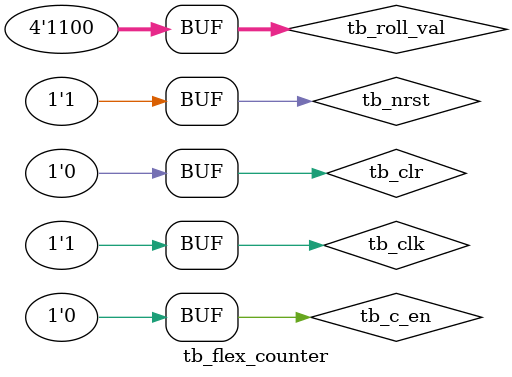
<source format=sv>

`timescale 1ns / 10ps

module tb_flex_counter();
  
  localparam clkprd = 2.5;
  
  reg tb_clk;
  reg tb_c_en;
  reg tb_nrst;
  reg tb_clr;
  reg [3:0] tb_roll_val;
  reg [3:0] tb_cout;
  reg tb_rover;
  
  
  flex_counter DUT(.clk(tb_clk),.n_rst(tb_nrst),.clear(tb_clr),.count_enable(tb_c_en),.rollover_val(tb_roll_val),.count_out(tb_cout),.rollover_flag(tb_rover));
  
  always 
    begin
      tb_clk = 1'b0;
		  #(clkprd/2.0);
		  tb_clk = 1'b1;
		  #(clkprd/2.0);
		end
	initial
	begin
	 tb_c_en = 0;
	 tb_nrst = 0;
	 tb_clr = 0;
	 tb_roll_val = 4'b1100;
	 #10 
	 tb_nrst = 1;
	 tb_c_en = 1;
	 #50
	 //tb_clr = 0;
	 tb_c_en = 0;
	 #10
	 tb_nrst = 0;
	 #10
	 tb_c_en = 1;
	 tb_nrst = 1;
	 #30
	 tb_c_en = 0;
	 
	end
	
	//checking for 14 rollover values
	/*genvar i;
	
	for (i = 2; i < 16; i = i + 1)
	 begin
	   tb_roll_val = i;
	   #(2.5*i);
	   assert (tb_rover == 1) $info("the %d rollover test: PASSED", i);
	   else $error("the %d rollover test: FAILED",i);
	 end*/
	 
	    
	   
	
	
	
endmodule
	
		  
   
</source>
